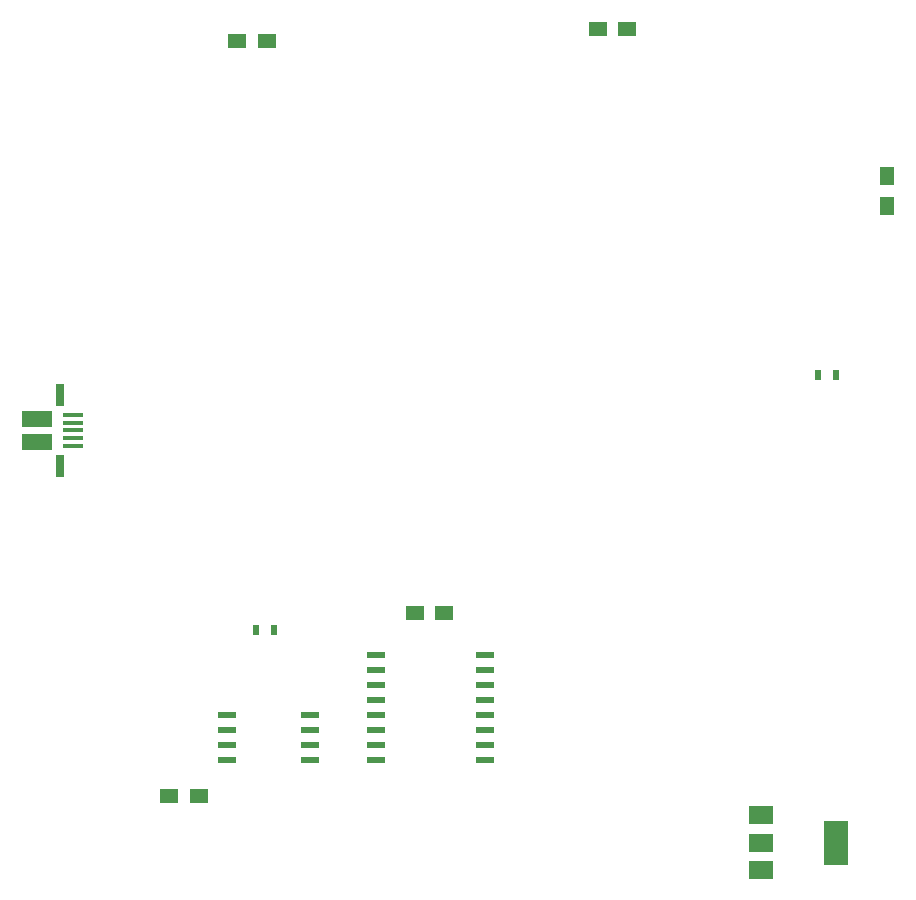
<source format=gbr>
G04 #@! TF.GenerationSoftware,KiCad,Pcbnew,(5.0.0)*
G04 #@! TF.CreationDate,2020-08-08T12:19:43-04:00*
G04 #@! TF.ProjectId,WS2812 Clock,57533238313220436C6F636B2E6B6963,rev?*
G04 #@! TF.SameCoordinates,Original*
G04 #@! TF.FileFunction,Paste,Bot*
G04 #@! TF.FilePolarity,Positive*
%FSLAX46Y46*%
G04 Gerber Fmt 4.6, Leading zero omitted, Abs format (unit mm)*
G04 Created by KiCad (PCBNEW (5.0.0)) date 08/08/20 12:19:43*
%MOMM*%
%LPD*%
G01*
G04 APERTURE LIST*
%ADD10R,2.500000X1.425000*%
%ADD11R,0.700000X1.825000*%
%ADD12R,1.750000X0.400000*%
%ADD13R,1.550000X0.600000*%
%ADD14R,1.500000X1.250000*%
%ADD15R,1.250000X1.500000*%
%ADD16R,0.500000X0.900000*%
%ADD17R,1.500000X0.600000*%
%ADD18R,2.000000X1.500000*%
%ADD19R,2.000000X3.800000*%
G04 APERTURE END LIST*
D10*
G04 #@! TO.C,USB1*
X171750000Y-77500000D03*
D11*
X173710000Y-81490000D03*
D12*
X174825000Y-79800000D03*
X174825000Y-79150000D03*
X174825000Y-78500000D03*
X174825000Y-77850000D03*
X174825000Y-77200000D03*
D11*
X173710000Y-75510000D03*
D10*
X171750000Y-79500000D03*
G04 #@! TD*
D13*
G04 #@! TO.C,MCU1*
X194900000Y-102595000D03*
X194900000Y-103865000D03*
X194900000Y-105135000D03*
X194900000Y-106405000D03*
X187900000Y-106405000D03*
X187900000Y-105135000D03*
X187900000Y-103865000D03*
X187900000Y-102600000D03*
G04 #@! TD*
D14*
G04 #@! TO.C,C3*
X206250000Y-94000000D03*
X203750000Y-94000000D03*
G04 #@! TD*
G04 #@! TO.C,C4*
X185500000Y-109500000D03*
X183000000Y-109500000D03*
G04 #@! TD*
G04 #@! TO.C,C5*
X219250000Y-44500000D03*
X221750000Y-44500000D03*
G04 #@! TD*
G04 #@! TO.C,C6*
X191250000Y-45500000D03*
X188750000Y-45500000D03*
G04 #@! TD*
D15*
G04 #@! TO.C,C7*
X243750000Y-59500000D03*
X243750000Y-57000000D03*
G04 #@! TD*
D16*
G04 #@! TO.C,R1*
X190320800Y-95402400D03*
X191820800Y-95402400D03*
G04 #@! TD*
G04 #@! TO.C,R2*
X239408400Y-73812400D03*
X237908400Y-73812400D03*
G04 #@! TD*
D17*
G04 #@! TO.C,U25*
X200450000Y-97505000D03*
X200450000Y-98775000D03*
X200450000Y-100045000D03*
X200450000Y-101315000D03*
X200450000Y-102585000D03*
X200450000Y-103855000D03*
X200450000Y-105125000D03*
X200450000Y-106395000D03*
X209750000Y-106395000D03*
X209750000Y-105125000D03*
X209750000Y-103855000D03*
X209750000Y-102585000D03*
X209750000Y-101315000D03*
X209750000Y-100045000D03*
X209750000Y-98775000D03*
X209750000Y-97505000D03*
G04 #@! TD*
D18*
G04 #@! TO.C,U26*
X233100000Y-115700000D03*
X233100000Y-111100000D03*
X233100000Y-113400000D03*
D19*
X239400000Y-113400000D03*
G04 #@! TD*
M02*

</source>
